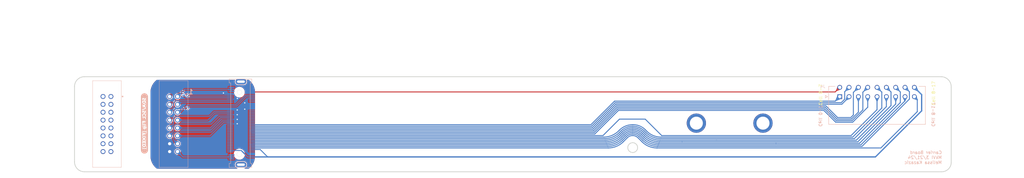
<source format=kicad_pcb>
(kicad_pcb (version 20221018) (generator pcbnew)
  (layers (0 "F.Cu" signal) (31 "B.Cu" signal) (34 "B.Paste" user) (35 "F.Paste" user) (36 "B.SilkS" user "B.Silkscreen") (37 "F.SilkS" user "F.Silkscreen") (38 "B.Mask" user) (39 "F.Mask" user) (44 "Edge.Cuts" user))
  (net 0 "")
  (net 1 "/MUX1_SD")
  (net 2 "/MUX1_SC")
  (net 5 "/MUX2_SD")
  (net 6 "/MUX2_SC")
  (net 7 "/MUX3_SD")
  (net 8 "/MUX3_SC")
  (net 9 "/MUX4_SD")
  (net 10 "/MUX4_SC")
  (net 11 "/CELL1")
  (net 12 "/CELL2")
  (net 13 "/CELL3")
  (net 14 "/CELL4")
  (net 15 "/CELL5")
  (net 16 "/CELL6")
  (net 17 "/CELL7")
  (net 18 "/CELL8")
  (net 19 "/CELL9")
  (net 20 "/CELL10")
  (net 21 "/CELL11")
  (net 22 "/CELL12")
  (net 23 "/CELL13")
  (net 24 "/CELL14")
  (net 25 "/CELL15")
  (net 26 "/CELL16")
  (net 27 "/CELL17")
  (net 28 "/MUX_OUT_4")
  (net 29 "/MUX_OUT_3")
  (net 30 "/MUX_OUT_2")
  (net 31 "/MUX_OUT_1")
  (net 58 "/VREG")
  (net 59 "/VREF2")
  (net 60 "/GND")
  (footprint "" (layer "F.Cu") (at 251.0084 -9.5702)
    (fp_text reference "" (at 21.740648 0) (layer "B.SilkS") (effects (font (size 1.27 1.27)) (justify mirror)))
    (fp_text value "" (at 21.740648 0) (layer "B.SilkS") (effects (font (size 1.27 1.27)) (justify mirror)))
    (pad "1" thru_hole circle (at -0.8984 39.4802 270) (size 6.2 6.2) (drill 4.2) (layers "*.Cu" "B.Paste" "B.Mask"))
  )
  (footprint "kibuzzard-65FD0D90" (layer "B.Cu") (at 72.5 30 -90)
    (fp_text reference "kibuzzard-65FD0D90" hide)
    (fp_text value "G***" hide)
  )
  (footprint "OEM:MKVI_BMS_CSC" (layer "B.Cu") (at 103.05 29.91 -90)
    (fp_text reference "J1" hide)
    (fp_text value "Automotive_M.2")
    (fp_circle (center -10 0) (end -9.25 0) (stroke (width 0.05)) (fill none) (layer "Edge.Cuts"))
    (fp_circle (center 10 0) (end 10.8 0) (stroke (width 0.05)) (fill none) (layer "Edge.Cuts"))
    (pad "1" thru_hole circle (at 0 -168.5 270) (size 6.2 6.2) (drill 4.2) (layers "*.Cu" "B.Paste" "B.Mask"))
    (pad "4" smd rect (at -9.25 3 270) (size 0.3 2) (layers "B.Cu" "B.Paste" "B.Mask") (net 60 "/GND"))
    (pad "5" smd rect (at -8.75 3 270) (size 0.3 2) (layers "B.Cu" "B.Paste" "B.Mask") (net 29 "/MUX_OUT_3"))
    (pad "6" smd rect (at -8.25 3 270) (size 0.3 2) (layers "B.Cu" "B.Paste" "B.Mask") (net 31 "/MUX_OUT_1"))
    (pad "7" smd rect (at -7.75 3 270) (size 0.3 2) (layers "B.Cu" "B.Paste" "B.Mask") (net 60 "/GND"))
    (pad "8" smd rect (at -7.25 3 270) (size 0.3 2) (layers "B.Cu" "B.Paste" "B.Mask") (net 9 "/MUX4_SD"))
    (pad "9" smd rect (at -6.75 3 270) (size 0.3 2) (layers "B.Cu" "B.Paste" "B.Mask") (net 10 "/MUX4_SC"))
    (pad "10" smd rect (at -4.25 3 270) (size 0.3 2) (layers "B.Cu" "B.Paste" "B.Mask") (net 60 "/GND"))
    (pad "11" smd rect (at -3.75 3 270) (size 0.3 2) (layers "B.Cu" "B.Paste" "B.Mask") (net 7 "/MUX3_SD"))
    (pad "12" smd rect (at -3.25 3 270) (size 0.3 2) (layers "B.Cu" "B.Paste" "B.Mask") (net 8 "/MUX3_SC"))
    (pad "13" smd rect (at -2.75 3 270) (size 0.3 2) (layers "B.Cu" "B.Paste" "B.Mask") (net 60 "/GND"))
    (pad "14" smd rect (at -2.25 3 270) (size 0.3 2) (layers "B.Cu" "B.Paste" "B.Mask") (net 5 "/MUX2_SD"))
    (pad "15" smd rect (at -1.75 3 270) (size 0.3 2) (layers "B.Cu" "B.Paste" "B.Mask") (net 6 "/MUX2_SC"))
    (pad "16" smd rect (at -1.25 3 270) (size 0.3 2) (layers "B.Cu" "B.Paste" "B.Mask") (net 60 "/GND"))
    (pad "17" smd rect (at -0.75 3 270) (size 0.3 2) (layers "B.Cu" "B.Paste" "B.Mask") (net 1 "/MUX1_SD"))
    (pad "18" smd rect (at -0.25 3 270) (size 0.3 2) (layers "B.Cu" "B.Paste" "B.Mask") (net 2 "/MUX1_SC"))
    (pad "19" smd rect (at 0.25 3 270) (size 0.3 2) (layers "B.Cu" "B.Paste" "B.Mask") (net 60 "/GND"))
    (pad "20" smd rect (at 0.75 3 270) (size 0.3 2) (layers "B.Cu" "B.Paste" "B.Mask"))
    (pad "21" smd rect (at 1.25 3 270) (size 0.3 2) (layers "B.Cu" "B.Paste" "B.Mask"))
    (pad "22" smd rect (at 1.75 3 270) (size 0.3 2) (layers "B.Cu" "B.Paste" "B.Mask"))
    (pad "23" smd rect (at 2.25 3 270) (size 0.3 2) (layers "B.Cu" "B.Paste" "B.Mask"))
    (pad "24" smd rect (at 2.75 3 270) (size 0.3 2) (layers "B.Cu" "B.Paste" "B.Mask"))
    (pad "25" smd rect (at 3.25 3 270) (size 0.3 2) (layers "B.Cu" "B.Paste" "B.Mask"))
    (pad "26" smd rect (at 3.75 3 270) (size 0.3 2) (layers "B.Cu" "B.Paste" "B.Mask"))
    (pad "27" smd rect (at 4.25 3 270) (size 0.3 2) (layers "B.Cu" "B.Paste" "B.Mask"))
    (pad "28" smd rect (at 4.75 3 270) (size 0.3 2) (layers "B.Cu" "B.Paste" "B.Mask"))
    (pad "29" smd rect (at 5.25 3 270) (size 0.3 2) (layers "B.Cu" "B.Paste" "B.Mask"))
    (pad "30" smd rect (at 5.75 3 270) (size 0.3 2) (layers "B.Cu" "B.Paste" "B.Mask"))
    (pad "31" smd rect (at 6.25 3 270) (size 0.3 2) (layers "B.Cu" "B.Paste" "B.Mask"))
    (pad "32" smd rect (at 6.75 3 270) (size 0.3 2) (layers "B.Cu" "B.Paste" "B.Mask"))
    (pad "33" smd rect (at 7.25 3 270) (size 0.3 2) (layers "B.Cu" "B.Paste" "B.Mask"))
    (pad "34" smd rect (at 7.75 3 270) (size 0.3 2) (layers "B.Cu" "B.Paste" "B.Mask"))
    (pad "35" smd rect (at 8.25 3 270) (size 0.3 2) (layers "B.Cu" "B.Paste" "B.Mask"))
    (pad "36" smd rect (at 8.75 3 270) (size 0.3 2) (layers "B.Cu" "B.Paste" "B.Mask") (net 27 "/CELL17"))
    (pad "37" smd rect (at 9.25 3 270) (size 0.3 2) (layers "B.Cu" "B.Paste" "B.Mask") (net 27 "/CELL17"))
    (pad "41" smd rect (at -9 -4 270) (size 0.3 2) (layers "B.Cu" "B.Paste" "B.Mask") (net 28 "/MUX_OUT_4"))
    (pad "42" smd rect (at -8.5 -4 270) (size 0.3 2) (layers "B.Cu" "B.Paste" "B.Mask") (net 30 "/MUX_OUT_2"))
    (pad "43" smd rect (at -8 -4 270) (size 0.3 2) (layers "B.Cu" "B.Paste" "B.Mask") (net 60 "/GND"))
    (pad "44" smd rect (at -7.5 -4 270) (size 0.3 2) (layers "B.Cu" "B.Paste" "B.Mask"))
    (pad "45" smd rect (at -7 -4 270) (size 0.3 2) (layers "B.Cu" "B.Paste" "B.Mask"))
    (pad "46" smd rect (at -4.5 -4 270) (size 0.3 2) (layers "B.Cu" "B.Paste" "B.Mask") (net 60 "/GND"))
    (pad "47" smd rect (at -4 -4 270) (size 0.3 2) (layers "B.Cu" "B.Paste" "B.Mask"))
    (pad "48" smd rect (at -3.5 -4 270) (size 0.3 2) (layers "B.Cu" "B.Paste" "B.Mask"))
    (pad "49" smd rect (at -3 -4 270) (size 0.3 2) (layers "B.Cu" "B.Paste" "B.Mask"))
    (pad "50" smd rect (at -2.5 -4 270) (size 0.3 2) (layers "B.Cu" "B.Paste" "B.Mask"))
    (pad "51" smd rect (at -2 -4 270) (size 0.3 2) (layers "B.Cu" "B.Paste" "B.Mask"))
    (pad "52" smd rect (at -1.5 -4 270) (size 0.3 2) (layers "B.Cu" "B.Paste" "B.Mask"))
    (pad "53" smd rect (at -1 -4 270) (size 0.3 2) (layers "B.Cu" "B.Paste" "B.Mask"))
    (pad "54" smd rect (at -0.5 -4 270) (size 0.3 2) (layers "B.Cu" "B.Paste" "B.Mask"))
    (pad "55" smd rect (at 0 -4 270) (size 0.3 2) (layers "B.Cu" "B.Paste" "B.Mask"))
    (pad "56" smd rect (at 0.5 -4 270) (size 0.3 2) (layers "B.Cu" "B.Paste" "B.Mask") (net 11 "/CELL1"))
    (pad "57" smd rect (at 1 -4 270) (size 0.3 2) (layers "B.Cu" "B.Paste" "B.Mask") (net 12 "/CELL2"))
    (pad "58" smd rect (at 1.5 -4 270) (size 0.3 2) (layers "B.Cu" "B.Paste" "B.Mask") (net 13 "/CELL3"))
    (pad "59" smd rect (at 2 -4 270) (size 0.3 2) (layers "B.Cu" "B.Paste" "B.Mask") (net 14 "/CELL4"))
    (pad "60" smd rect (at 2.5 -4 270) (size 0.3 2) (layers "B.Cu" "B.Paste" "B.Mask") (net 15 "/CELL5"))
    (pad "61" smd rect (at 3 -4 270) (size 0.3 2) (layers "B.Cu" "B.Paste" "B.Mask") (net 16 "/CELL6"))
    (pad "62" smd rect (at 3.5 -4 270) (size 0.3 2) (layers "B.Cu" "B.Paste" "B.Mask") (net 17 "/CELL7"))
    (pad "63" smd rect (at 4 -4 270) (size 0.3 2) (layers "B.Cu" "B.Paste" "B.Mask") (net 18 "/CELL8"))
    (pad "64" smd rect (at 4.5 -4 270) (size 0.3 2) (layers "B.Cu" "B.Paste" "B.Mask") (net 19 "/CELL9"))
    (pad "65" smd rect (at 5 -4 270) (size 0.3 2) (layers "B.Cu" "B.Paste" "B.Mask") (net 20 "/CELL10"))
    (pad "66" smd rect (at 5.5 -4 270) (size 0.3 2) (layers "B.Cu" "B.Paste" "B.Mask") (net 21 "/CELL11"))
    (pad "67" smd rect (at 6 -4 270) (size 0.3 2) (layers "B.Cu" "B.Paste" "B.Mask") (net 22 "/CELL12"))
    (pad "68" smd rect (at 6.5 -4 270) (size 0.3 2) (layers "B.Cu" "B.Paste" "B.Mask") (net 23 "/CELL13"))
    (pad "69" smd rect (at 7 -4 270) (size 0.3 2) (layers "B.Cu" "B.Paste" "B.Mask") (net 24 "/CELL14"))
    (pad "70" smd rect (at 7.5 -4 270) (size 0.3 2) (layers "B.Cu" "B.Paste" "B.Mask") (net 25 "/CELL15"))
    (pad "71" smd rect (at 8 -4 270) (size 0.3 2) (layers "B.Cu" "B.Paste" "B.Mask") (net 26 "/CELL16"))
    (pad "72" smd rect (at 8.5 -4 270) (size 0.3 2) (layers "B.Cu" "B.Paste" "B.Mask") (net 27 "/CELL17"))
    (pad "73" smd rect (at 9 -4 270) (size 0.3 2) (layers "B.Cu" "B.Paste" "B.Mask"))
    (pad "75" thru_hole roundrect (at -13.4 -0.5 270) (size 1.8 3.5) (drill oval 0.8 2.5) (layers "*.Cu" "*.Mask") (roundrect_rratio 0.5))
    (pad "76" thru_hole roundrect (at 13.4 -0.5 270) (size 1.8 3.5) (drill oval 0.8 2.5) (layers "*.Cu" "*.Mask") (roundrect_rratio 0.5))
    (pad "P1" smd rect (at -11.55 2.55 270) (size 0.45 1.9) (layers "B.Cu" "B.Paste" "B.Mask") (net 58 "/VREG"))
    (pad "P2" smd rect (at -10.9 2.55 270) (size 0.45 1.9) (layers "B.Cu" "B.Paste" "B.Mask") (net 58 "/VREG"))
    (pad "P3" smd rect (at -10.25 2.55 270) (size 0.45 1.9) (layers "B.Cu" "B.Paste" "B.Mask") (net 58 "/VREG"))
    (pad "P38" smd rect (at 10.25 2.55 270) (size 0.45 1.9) (layers "B.Cu" "B.Paste" "B.Mask") (net 59 "/VREF2"))
    (pad "P39" smd rect (at 10.9 2.55 270) (size 0.45 1.9) (layers "B.Cu" "B.Paste" "B.Mask") (net 59 "/VREF2"))
    (pad "P40" smd rect (at 11.55 2.55 270) (size 0.45 1.9) (layers "B.Cu" "B.Paste" "B.Mask") (net 59 "/VREF2"))
  )
  (footprint "OEM:TST-108-XX-T-D" (layer "B.Cu") (at 83.15 21.31 -90)
    (fp_text reference "J2" hide)
    (fp_text value "TST-108-01-T-D" hide)
    (pad "1" thru_hole circle (at 0 0 270) (size 1.55 1.55) (drill 1.02) (layers "*.Cu" "*.Mask") (net 58 "/VREG"))
    (pad "2" thru_hole circle (at 0 2.54 270) (size 1.55 1.55) (drill 1.02) (layers "*.Cu" "*.Mask") (net 29 "/MUX_OUT_3"))
    (pad "3" thru_hole circle (at 2.54 0 270) (size 1.55 1.55) (drill 1.02) (layers "*.Cu" "*.Mask") (net 10 "/MUX4_SC"))
    (pad "4" thru_hole circle (at 2.54 2.54 270) (size 1.55 1.55) (drill 1.02) (layers "*.Cu" "*.Mask") (net 31 "/MUX_OUT_1"))
    (pad "5" thru_hole circle (at 5.08 0 270) (size 1.55 1.55) (drill 1.02) (layers "*.Cu" "*.Mask") (net 28 "/MUX_OUT_4"))
    (pad "6" thru_hole circle (at 5.08 2.54 270) (size 1.55 1.55) (drill 1.02) (layers "*.Cu" "*.Mask") (net 9 "/MUX4_SD"))
    (pad "7" thru_hole circle (at 7.62 0 270) (size 1.55 1.55) (drill 1.02) (layers "*.Cu" "*.Mask") (net 8 "/MUX3_SC"))
    (pad "8" thru_hole circle (at 7.62 2.54 270) (size 1.55 1.55) (drill 1.02) (layers "*.Cu" "*.Mask") (net 30 "/MUX_OUT_2"))
    (pad "9" thru_hole circle (at 10.16 0 270) (size 1.55 1.55) (drill 1.02) (layers "*.Cu" "*.Mask") (net 6 "/MUX2_SC"))
    (pad "10" thru_hole circle (at 10.16 2.54 270) (size 1.55 1.55) (drill 1.02) (layers "*.Cu" "*.Mask") (net 7 "/MUX3_SD"))
    (pad "11" thru_hole circle (at 12.7 0 270) (size 1.55 1.55) (drill 1.02) (layers "*.Cu" "*.Mask") (net 2 "/MUX1_SC"))
    (pad "12" thru_hole circle (at 12.7 2.54 270) (size 1.55 1.55) (drill 1.02) (layers "*.Cu" "*.Mask") (net 5 "/MUX2_SD"))
    (pad "13" thru_hole circle (at 15.24 0 270) (size 1.55 1.55) (drill 1.02) (layers "*.Cu" "*.Mask") (net 1 "/MUX1_SD"))
    (pad "14" thru_hole circle (at 15.24 2.54 270) (size 1.55 1.55) (drill 1.02) (layers "*.Cu" "*.Mask") (net 60 "/GND"))
    (pad "15" thru_hole circle (at 17.78 0 270) (size 1.55 1.55) (drill 1.02) (layers "*.Cu" "*.Mask") (net 59 "/VREF2"))
    (pad "16" thru_hole circle (at 17.78 2.54 270) (size 1.55 1.55) (drill 1.02) (layers "*.Cu" "*.Mask") (net 60 "/GND"))
  )
  (footprint "OEM:MicroFit_RA_9x2" (layer "B.Cu") (at 296.26 21.35575 180)
    (fp_text reference "J4" (at 5.47 3.3) (layer "B.SilkS") (effects (font (thickness 0.098425)) (justify mirror)))
    (fp_text value "MicroFit_RA_9x2" hide)
    (pad "" np_thru_hole circle (at -21.85 -4.32 180) (size 3 3) (drill 3) (layers "*.Cu" "*.Mask"))
    (pad "" np_thru_hole circle (at -2.15 -4.32 180) (size 3 3) (drill 3) (layers "*.Cu" "*.Mask"))
    (pad "1" thru_hole rect (at 0 0 180) (size 1.52 1.52) (drill 1.02) (layers "*.Cu") (net 11 "/CELL1"))
    (pad "2" thru_hole circle (at -3 0 180) (size 1.52 1.52) (drill 1.02) (layers "*.Cu") (net 13 "/CELL3"))
    (pad "3" thru_hole circle (at -6 0 180) (size 1.52 1.52) (drill 1.02) (layers "*.Cu") (net 15 "/CELL5"))
    (pad "4" thru_hole circle (at -9 0 180) (size 1.52 1.52) (drill 1.02) (layers "*.Cu") (net 17 "/CELL7"))
    (pad "5" thru_hole circle (at -12 0 180) (size 1.52 1.52) (drill 1.02) (layers "*.Cu") (net 18 "/CELL8"))
    (pad "6" thru_hole circle (at -15 0 180) (size 1.52 1.52) (drill 1.02) (layers "*.Cu") (net 20 "/CELL10"))
    (pad "7" thru_hole circle (at -18 0 180) (size 1.52 1.52) (drill 1.02) (layers "*.Cu") (net 22 "/CELL12"))
    (pad "8" thru_hole circle (at -21 0 180) (size 1.52 1.52) (drill 1.02) (layers "*.Cu") (net 24 "/CELL14"))
    (pad "9" thru_hole circle (at -24 0 180) (size 1.52 1.52) (drill 1.02) (layers "*.Cu") (net 26 "/CELL16"))
    (pad "10" thru_hole circle (at 0 3 180) (size 1.52 1.52) (drill 1.02) (layers "*.Cu") (net 60 "/GND"))
    (pad "11" thru_hole circle (at -3 3 180) (size 1.52 1.52) (drill 1.02) (layers "*.Cu") (net 12 "/CELL2"))
    (pad "12" thru_hole circle (at -6 3 180) (size 1.52 1.52) (drill 1.02) (layers "*.Cu") (net 14 "/CELL4"))
    (pad "13" thru_hole circle (at -9 3 180) (size 1.52 1.52) (drill 1.02) (layers "*.Cu") (net 16 "/CELL6"))
    (pad "14" thru_hole circle (at -12 3 180) (size 1.52 1.52) (drill 1.02) (layers "*.Cu") (net 19 "/CELL9"))
    (pad "15" thru_hole circle (at -15 3 180) (size 1.52 1.52) (drill 1.02) (layers "*.Cu") (net 21 "/CELL11"))
    (pad "16" thru_hole circle (at -18 3 180) (size 1.52 1.52) (drill 1.02) (layers "*.Cu") (net 23 "/CELL13"))
    (pad "17" thru_hole circle (at -21 3 180) (size 1.52 1.52) (drill 1.02) (layers "*.Cu") (net 25 "/CELL15"))
    (pad "18" thru_hole circle (at -24 3 180) (size 1.52 1.52) (drill 1.02) (layers "*.Cu") (net 27 "/CELL17"))
  )
  (footprint "OEM:TST-108-XX-T-D" (layer "B.Cu") (at 61.71 21.31 -90)
    (fp_text reference "J3" hide)
    (fp_text value "TST-108-01-T-D" hide)
    (pad "1" thru_hole circle (at 0 0 270) (size 1.55 1.55) (drill 1.02) (layers "*.Cu" "*.Mask"))
    (pad "2" thru_hole circle (at 0 2.54 270) (size 1.55 1.55) (drill 1.02) (layers "*.Cu" "*.Mask"))
    (pad "3" thru_hole circle (at 2.54 0 270) (size 1.55 1.55) (drill 1.02) (layers "*.Cu" "*.Mask"))
    (pad "4" thru_hole circle (at 2.54 2.54 270) (size 1.55 1.55) (drill 1.02) (layers "*.Cu" "*.Mask"))
    (pad "5" thru_hole circle (at 5.08 0 270) (size 1.55 1.55) (drill 1.02) (layers "*.Cu" "*.Mask"))
    (pad "6" thru_hole circle (at 5.08 2.54 270) (size 1.55 1.55) (drill 1.02) (layers "*.Cu" "*.Mask"))
    (pad "7" thru_hole circle (at 7.62 0 270) (size 1.55 1.55) (drill 1.02) (layers "*.Cu" "*.Mask"))
    (pad "8" thru_hole circle (at 7.62 2.54 270) (size 1.55 1.55) (drill 1.02) (layers "*.Cu" "*.Mask"))
    (pad "9" thru_hole circle (at 10.16 0 270) (size 1.55 1.55) (drill 1.02) (layers "*.Cu" "*.Mask"))
    (pad "10" thru_hole circle (at 10.16 2.54 270) (size 1.55 1.55) (drill 1.02) (layers "*.Cu" "*.Mask"))
    (pad "11" thru_hole circle (at 12.7 0 270) (size 1.55 1.55) (drill 1.02) (layers "*.Cu" "*.Mask"))
    (pad "12" thru_hole circle (at 12.7 2.54 270) (size 1.55 1.55) (drill 1.02) (layers "*.Cu" "*.Mask"))
    (pad "13" thru_hole circle (at 15.24 0 270) (size 1.55 1.55) (drill 1.02) (layers "*.Cu" "*.Mask"))
    (pad "14" thru_hole circle (at 15.24 2.54 270) (size 1.55 1.55) (drill 1.02) (layers "*.Cu" "*.Mask"))
    (pad "15" thru_hole circle (at 17.78 0 270) (size 1.55 1.55) (drill 1.02) (layers "*.Cu" "*.Mask"))
    (pad "16" thru_hole circle (at 17.78 2.54 270) (size 1.55 1.55) (drill 1.02) (layers "*.Cu" "*.Mask"))
  )
  (gr_arc (start 50 18.095) (mid 50.929936 15.849936) (end 53.175 14.92) (stroke (width 0.25)) (layer "Edge.Cuts"))
  (gr_arc (start 53.175 45.5986) (mid 50.929936 44.668664) (end 50 42.4236) (stroke (width 0.25)) (layer "Edge.Cuts"))
  (gr_line (start 50 18.095) (end 50 42.4236) (stroke (width 0.25)) (layer "Edge.Cuts"))
  (gr_line (start 328.9682 45.5986) (end 53.175 45.5986) (stroke (width 0.25)) (layer "Edge.Cuts"))
  (gr_arc (start 328.961 14.92) (mid 331.252434 15.961956) (end 332.136 18.319) (stroke (width 0.25)) (layer "Edge.Cuts"))
  (gr_line (start 332.136 18.319) (end 332.136 42.6476) (stroke (width 0.25)) (layer "Edge.Cuts"))
  (gr_circle (center 229.623518 37.8025) (end 231.211018 37.8025) (stroke (width 0.25)) (fill none) (layer "Edge.Cuts"))
  (gr_arc (start 332.136 42.6476) (mid 331.163267 44.779167) (end 328.9682 45.5986) (stroke (width 0.25)) (layer "Edge.Cuts"))
  (gr_line (start 328.961 14.92) (end 53.175 14.92) (stroke (width 0.25)) (layer "Edge.Cuts"))
  (gr_text "Cell 0-7" (at 289.433 31.115 -90) (layer "B.SilkS") (effects (font (size 1 1)) (justify left bottom mirror)))
  (gr_text "Carrier Board\nMkVI 3/21/24\nMelissa Kazazic" (at 329.184 43.18) (layer "B.SilkS") (effects (font (size 1 1)) (justify left bottom mirror)))
  (gr_text "Cell 8-17" (at 325.755 31.115 -90) (layer "B.SilkS") (effects (font (size 1 1)) (justify left bottom mirror)))
  (gr_text "1" (at 87.45 19.81) (layer "B.SilkS") (effects (font (size 1.5 1.5) (thickness 0.3)) (justify mirror)))
  (gr_text "Cell 8-17" (at 327.025 24.257 90) (layer "F.SilkS") (effects (font (size 1 1)) (justify left bottom)))
  (gr_text "Cell 0-7" (at 290.703 24.257 90) (layer "F.SilkS") (effects (font (size 1 1)) (justify left bottom)))
  (segment (start 93.988 32.797) (end 82.3802 32.797) (width 0.3) (layer "B.Cu") (net 1))
  (segment (start 100.05 29.16) (end 97.625 29.16) (width 0.3) (layer "B.Cu") (net 1))
  (segment (start 81.8722 35.2722) (end 83.15 36.55) (width 0.3) (layer "B.Cu") (net 1))
  (segment (start 81.8722 33.305) (end 81.8722 35.2722) (width 0.3) (layer "B.Cu") (net 1))
  (segment (start 82.3802 32.797) (end 81.8722 33.305) (width 0.3) (layer "B.Cu") (net 1))
  (segment (start 97.625 29.16) (end 93.988 32.797) (width 0.3) (layer "B.Cu") (net 1))
  (segment (start 97.9378 29.66) (end 93.5878 34.01) (width 0.3) (layer "B.Cu") (net 2))
  (segment (start 93.5878 34.01) (end 83.15 34.01) (width 0.3) (layer "B.Cu") (net 2))
  (segment (start 100.05 29.66) (end 97.9378 29.66) (width 0.3) (layer "B.Cu") (net 2))
  (segment (start 81.8722 32.543) (end 80.61 33.8052) (width 0.3) (layer "B.Cu") (net 5))
  (segment (start 81.8722 30.9658) (end 81.8722 32.543) (width 0.3) (layer "B.Cu") (net 5))
  (segment (start 94.0388 30.2062) (end 82.6318 30.2062) (width 0.3) (layer "B.Cu") (net 5))
  (segment (start 80.61 33.8052) (end 80.61 34.01) (width 0.3) (layer "B.Cu") (net 5))
  (segment (start 100.05 27.66) (end 96.585 27.66) (width 0.3) (layer "B.Cu") (net 5))
  (segment (start 82.6318 30.2062) (end 81.8722 30.9658) (width 0.3) (layer "B.Cu") (net 5))
  (segment (start 96.585 27.66) (end 94.0388 30.2062) (width 0.3) (layer "B.Cu") (net 5))
  (segment (start 100.05 28.16) (end 96.9994 28.16) (width 0.3) (layer "B.Cu") (net 6))
  (segment (start 93.6894 31.47) (end 83.15 31.47) (width 0.3) (layer "B.Cu") (net 6))
  (segment (start 96.9994 28.16) (end 93.6894 31.47) (width 0.3) (layer "B.Cu") (net 6))
  (segment (start 94.9354 26.16) (end 93.4038 27.6916) (width 0.3) (layer "B.Cu") (net 7))
  (segment (start 81.8722 30.2078) (end 80.61 31.47) (width 0.3) (layer "B.Cu") (net 7))
  (segment (start 93.4038 27.6916) (end 82.4818 27.6916) (width 0.3) (layer "B.Cu") (net 7))
  (segment (start 82.4818 27.6916) (end 81.8722 28.3012) (width 0.3) (layer "B.Cu") (net 7))
  (segment (start 81.8722 28.3012) (end 81.8722 30.2078) (width 0.3) (layer "B.Cu") (net 7))
  (segment (start 100.05 26.16) (end 94.9354 26.16) (width 0.3) (layer "B.Cu") (net 7))
  (segment (start 95.172 26.66) (end 92.902 28.93) (width 0.3) (layer "B.Cu") (net 8))
  (segment (start 92.902 28.93) (end 83.15 28.93) (width 0.3) (layer "B.Cu") (net 8))
  (segment (start 100.05 26.66) (end 95.172 26.66) (width 0.3) (layer "B.Cu") (net 8))
  (segment (start 81.819 25.181) (end 80.61 26.39) (width 0.3) (layer "B.Cu") (net 9))
  (segment (start 81.819 23.399) (end 81.819 25.181) (width 0.3) (layer "B.Cu") (net 9))
  (segment (start 82.5556 22.6624) (end 81.819 23.399) (width 0.3) (layer "B.Cu") (net 9))
  (segment (start 85.9217 22.6624) (end 82.5556 22.6624) (width 0.3) (layer "B.Cu") (net 9))
  (segment (start 100.05 22.66) (end 85.9241 22.66) (width 0.3) (layer "B.Cu") (net 9))
  (segment (start 85.9241 22.66) (end 85.9217 22.6624) (width 0.3) (layer "B.Cu") (net 9))
  (segment (start 83.8296 23.1704) (end 83.15 23.85) (width 0.3) (layer "B.Cu") (net 10))
  (segment (start 87.9428 23.1704) (end 83.8296 23.1704) (width 0.3) (layer "B.Cu") (net 10))
  (segment (start 100.05 23.16) (end 87.9532 23.16) (width 0.3) (layer "B.Cu") (net 10))
  (segment (start 87.9532 23.16) (end 87.9428 23.1704) (width 0.3) (layer "B.Cu") (net 10))
  (segment (start 107.05 30.41) (end 216.17947 30.41) (width 0.3) (layer "B.Cu") (net 11))
  (segment (start 216.17947 30.41) (end 223.793469 22.796) (width 0.3) (layer "B.Cu") (net 11))
  (segment (start 223.793469 22.796) (end 294.81975 22.796) (width 0.3) (layer "B.Cu") (net 11))
  (segment (start 294.81975 22.796) (end 296.26 21.35575) (width 0.3) (layer "B.Cu") (net 11))
  (segment (start 216.386576 30.91) (end 107.05 30.91) (width 0.3) (layer "B.Cu") (net 12))
  (segment (start 224.000575 23.296) (end 216.386576 30.91) (width 0.3) (layer "B.Cu") (net 12))
  (segment (start 299.26 18.35575) (end 297.846 19.76975) (width 0.3) (layer "B.Cu") (net 12))
  (segment (start 297.846 22.183894) (end 296.733894 23.296) (width 0.3) (layer "B.Cu") (net 12))
  (segment (start 296.733894 23.296) (end 224.000575 23.296) (width 0.3) (layer "B.Cu") (net 12))
  (segment (start 297.846 19.76975) (end 297.846 22.183894) (width 0.3) (layer "B.Cu") (net 12))
  (segment (start 299.26 21.477) (end 296.941 23.796) (width 0.3) (layer "B.Cu") (net 13))
  (segment (start 296.941 23.796) (end 224.207681 23.796) (width 0.3) (layer "B.Cu") (net 13))
  (segment (start 216.593682 31.41) (end 107.05 31.41) (width 0.3) (layer "B.Cu") (net 13))
  (segment (start 299.26 21.35575) (end 299.26 21.477) (width 0.3) (layer "B.Cu") (net 13))
  (segment (start 224.207681 23.796) (end 216.593682 31.41) (width 0.3) (layer "B.Cu") (net 13))
  (segment (start 299.805894 28.098) (end 300.64 27.263894) (width 0.3) (layer "B.Cu") (net 14))
  (segment (start 216.800788 31.91) (end 224.414788 24.296) (width 0.3) (layer "B.Cu") (net 14))
  (segment (start 295.56 28.098) (end 299.805894 28.098) (width 0.3) (layer "B.Cu") (net 14))
  (segment (start 107.05 31.91) (end 216.800788 31.91) (width 0.3) (layer "B.Cu") (net 14))
  (segment (start 300.64 19.97575) (end 302.26 18.35575) (width 0.3) (layer "B.Cu") (net 14))
  (segment (start 224.414788 24.296) (end 291.758 24.296) (width 0.3) (layer "B.Cu") (net 14))
  (segment (start 300.64 27.263894) (end 300.64 19.97575) (width 0.3) (layer "B.Cu") (net 14))
  (segment (start 291.758 24.296) (end 295.56 28.098) (width 0.3) (layer "B.Cu") (net 14))
  (segment (start 224.621894 24.796) (end 291.550894 24.796) (width 0.3) (layer "B.Cu") (net 15))
  (segment (start 217.007894 32.41) (end 224.621894 24.796) (width 0.3) (layer "B.Cu") (net 15))
  (segment (start 106.35 32.41) (end 217.007894 32.41) (width 0.3) (layer "B.Cu") (net 15))
  (segment (start 295.352894 28.598) (end 300.013 28.598) (width 0.3) (layer "B.Cu") (net 15))
  (segment (start 300.013 28.598) (end 302.26 26.351) (width 0.3) (layer "B.Cu") (net 15))
  (segment (start 302.26 26.351) (end 302.26 21.35575) (width 0.3) (layer "B.Cu") (net 15))
  (segment (start 291.550894 24.796) (end 295.352894 28.598) (width 0.3) (layer "B.Cu") (net 15))
  (segment (start 217.215 32.91) (end 107.05 32.91) (width 0.3) (layer "B.Cu") (net 16))
  (segment (start 295.145787 29.098) (end 291.343788 25.296) (width 0.3) (layer "B.Cu") (net 16))
  (segment (start 303.688 19.92775) (end 303.688 25.630106) (width 0.3) (layer "B.Cu") (net 16))
  (segment (start 305.26 18.35575) (end 303.688 19.92775) (width 0.3) (layer "B.Cu") (net 16))
  (segment (start 224.829 25.296) (end 217.215 32.91) (width 0.3) (layer "B.Cu") (net 16))
  (segment (start 303.688 25.630106) (end 300.220106 29.098) (width 0.3) (layer "B.Cu") (net 16))
  (segment (start 291.343788 25.296) (end 224.829 25.296) (width 0.3) (layer "B.Cu") (net 16))
  (segment (start 300.220106 29.098) (end 295.145787 29.098) (width 0.3) (layer "B.Cu") (net 16))
  (segment (start 217.422107 33.41) (end 225.036107 25.796) (width 0.3) (layer "B.Cu") (net 17))
  (segment (start 107.05 33.41) (end 217.422107 33.41) (width 0.3) (layer "B.Cu") (net 17))
  (segment (start 300.427213 29.598) (end 305.26 24.765213) (width 0.3) (layer "B.Cu") (net 17))
  (segment (start 305.26 24.765213) (end 305.26 21.35575) (width 0.3) (layer "B.Cu") (net 17))
  (segment (start 291.136682 25.796) (end 294.938682 29.598) (width 0.3) (layer "B.Cu") (net 17))
  (segment (start 225.036107 25.796) (end 291.136682 25.796) (width 0.3) (layer "B.Cu") (net 17))
  (segment (start 294.938682 29.598) (end 300.427213 29.598) (width 0.3) (layer "B.Cu") (net 17))
  (segment (start 308.26 21.35575) (end 308.26 25.558) (width 0.3) (layer "B.Cu") (net 18))
  (segment (start 220.064719 33.91) (end 107.05 33.91) (width 0.3) (layer "B.Cu") (net 18))
  (segment (start 299.908 33.91) (end 238.94787 33.91) (width 0.3) (layer "B.Cu") (net 18))
  (segment (start 225.368719 28.606) (end 220.064719 33.91) (width 0.3) (layer "B.Cu") (net 18))
  (segment (start 238.94787 33.91) (end 233.64387 28.606) (width 0.3) (layer "B.Cu") (net 18))
  (segment (start 233.64387 28.606) (end 225.368719 28.606) (width 0.3) (layer "B.Cu") (net 18))
  (segment (start 308.26 25.558) (end 299.908 33.91) (width 0.3) (layer "B.Cu") (net 18))
  (segment (start 229.584871 30.41) (end 229.75939 30.409999) (width 0.3) (layer "B.Cu") (net 19))
  (segment (start 309.784 25.05) (end 309.784 19.87975) (width 0.3) (layer "B.Cu") (net 19))
  (segment (start 309.784 19.87975) (end 308.26 18.35575) (width 0.3) (layer "B.Cu") (net 19))
  (segment (start 300.424 34.41) (end 309.784 25.05) (width 0.3) (layer "B.Cu") (net 19))
  (segment (start 225.109999 32.409999) (end 225.360001 32.159998) (width 0.3) (layer "B.Cu") (net 19))
  (segment (start 238.73106 34.41) (end 300.424 34.41) (width 0.3) (layer "B.Cu") (net 19))
  (segment (start 233.686316 32.036574) (end 234.170835 32.521093) (width 0.3) (layer "B.Cu") (net 19))
  (segment (start 107.05 34.41) (end 220.281572 34.41) (width 0.3) (layer "B.Cu") (net 19))
  (arc (start 229.75939 30.409999) (mid 231.884627 30.832727) (end 233.686316 32.036574) (width 0.3) (layer "B.Cu") (net 19))
  (arc (start 220.281572 34.41) (mid 222.894698 33.890216) (end 225.109999 32.409999) (width 0.3) (layer "B.Cu") (net 19))
  (arc (start 234.170835 32.521093) (mid 236.263084 33.919089) (end 238.73106 34.41) (width 0.3) (layer "B.Cu") (net 19))
  (arc (start 225.360001 32.159998) (mid 227.298388 30.864809) (end 229.584871 30.41) (width 0.3) (layer "B.Cu") (net 19))
  (segment (start 107.05 34.91) (end 220.538936 34.91) (width 0.3) (layer "B.Cu") (net 20))
  (segment (start 300.94 34.91) (end 311.26 24.59) (width 0.3) (layer "B.Cu") (net 20))
  (segment (start 238.681063 34.91) (end 300.94 34.91) (width 0.3) (layer "B.Cu") (net 20))
  (segment (start 225.367364 32.91) (end 225.78158 32.495783) (width 0.3) (layer "B.Cu") (net 20))
  (segment (start 233.438419 32.495783) (end 233.852636 32.91) (width 0.3) (layer "B.Cu") (net 20))
  (segment (start 311.26 24.59) (end 311.26 21.35575) (width 0.3) (layer "B.Cu") (net 20))
  (arc (start 220.538936 34.91) (mid 223.152062 34.390216) (end 225.367364 32.91) (width 0.3) (layer "B.Cu") (net 20))
  (arc (start 233.852636 32.91) (mid 236.067937 34.390216) (end 238.681063 34.91) (width 0.3) (layer "B.Cu") (net 20))
  (arc (start 225.78158 32.495783) (mid 227.538074 31.322131) (end 229.61 30.91) (width 0.3) (layer "B.Cu") (net 20))
  (arc (start 229.61 30.91) (mid 231.681925 31.322131) (end 233.438419 32.495783) (width 0.3) (layer "B.Cu") (net 20))
  (segment (start 301.583 35.41) (end 312.759894 24.233106) (width 0.3) (layer "B.Cu") (net 21))
  (segment (start 256.571 35.41) (end 301.583 35.41) (width 0.3) (layer "B.Cu") (net 21))
  (segment (start 238.473957 35.41) (end 256.571 35.41) (width 0.3) (layer "B.Cu") (net 21))
  (segment (start 107.05 35.41) (end 220.746042 35.41) (width 0.3) (layer "B.Cu") (net 21))
  (segment (start 233.084867 32.849337) (end 233.64553 33.41) (width 0.3) (layer "B.Cu") (net 21))
  (segment (start 312.759894 24.233106) (end 312.759894 19.855644) (width 0.3) (layer "B.Cu") (net 21))
  (segment (start 225.574469 33.409999) (end 226.135132 32.849337) (width 0.3) (layer "B.Cu") (net 21))
  (segment (start 312.759894 19.855644) (end 311.26 18.35575) (width 0.3) (layer "B.Cu") (net 21))
  (arc (start 220.746042 35.41) (mid 223.359168 34.890216) (end 225.574469 33.409999) (width 0.3) (layer "B.Cu") (net 21))
  (arc (start 229.61 31.41) (mid 231.490584 31.784071) (end 233.084867 32.849337) (width 0.3) (layer "B.Cu") (net 21))
  (arc (start 226.135132 32.849337) (mid 227.729415 31.784071) (end 229.61 31.41) (width 0.3) (layer "B.Cu") (net 21))
  (arc (start 233.64553 33.41) (mid 235.860831 34.890216) (end 238.473957 35.41) (width 0.3) (layer "B.Cu") (net 21))
  (segment (start 314.26 21.35575) (end 314.26 23.749) (width 0.3) (layer "B.Cu") (net 22))
  (segment (start 233.438424 33.91) (end 232.731315 33.202891) (width 0.3) (layer "B.Cu") (net 22))
  (segment (start 245.519651 35.912349) (end 238.2692 35.912349) (width 0.3) (layer "B.Cu") (net 22))
  (segment (start 302.099 35.91) (end 245.522 35.91) (width 0.3) (layer "B.Cu") (net 22))
  (segment (start 245.522 35.91) (end 245.519651 35.912349) (width 0.3) (layer "B.Cu") (net 22))
  (segment (start 314.26 23.749) (end 302.099 35.91) (width 0.3) (layer "B.Cu") (net 22))
  (segment (start 226.488684 33.202891) (end 225.781576 33.91) (width 0.3) (layer "B.Cu") (net 22))
  (segment (start 238.2692 35.912349) (end 238.266851 35.91) (width 0.3) (layer "B.Cu") (net 22))
  (segment (start 220.953148 35.91) (end 107.05 35.91) (width 0.3) (layer "B.Cu") (net 22))
  (arc (start 225.781576 33.91) (mid 223.566274 35.390216) (end 220.953148 35.91) (width 0.3) (layer "B.Cu") (net 22))
  (arc (start 232.731315 33.202891) (mid 231.299243 32.246011) (end 229.61 31.91) (width 0.3) (layer "B.Cu") (net 22))
  (arc (start 229.61 31.91) (mid 227.920756 32.246011) (end 226.488684 33.202891) (width 0.3) (layer "B.Cu") (net 22))
  (arc (start 238.266851 35.91) (mid 235.653725 35.390216) (end 233.438424 33.91) (width 0.3) (layer "B.Cu") (net 22))
  (segment (start 302.615 36.41) (end 302.799 36.226) (width 0.3) (layer "B.Cu") (net 23))
  (segment (start 275.745651 36.412349) (end 275.748 36.41) (width 0.3) (layer "B.Cu") (net 23))
  (segment (start 238.062094 36.412349) (end 275.745651 36.412349) (width 0.3) (layer "B.Cu") (net 23))
  (segment (start 226.842237 33.556444) (end 225.988682 34.41) (width 0.3) (layer "B.Cu") (net 23))
  (segment (start 233.231318 34.41) (end 232.377762 33.556444) (width 0.3) (layer "B.Cu") (net 23))
  (segment (start 238.059745 36.41) (end 238.062094 36.412349) (width 0.3) (layer "B.Cu") (net 23))
  (segment (start 275.748 36.41) (end 302.615 36.41) (width 0.3) (layer "B.Cu") (net 23))
  (segment (start 314.26 18.35575) (end 315.753 19.84875) (width 0.3) (layer "B.Cu") (net 23))
  (segment (start 315.753 19.84875) (end 315.753 23.272) (width 0.3) (layer "B.Cu") (net 23))
  (segment (start 315.753 23.272) (end 302.799 36.226) (width 0.3) (layer "B.Cu") (net 23))
  (segment (start 221.160254 36.41) (end 107.35 36.41) (width 0.3) (layer "B.Cu") (net 23))
  (arc (start 238.059745 36.41) (mid 235.446619 35.890216) (end 233.231318 34.41) (width 0.3) (layer "B.Cu") (net 23))
  (arc (start 225.988682 34.41) (mid 223.77338 35.890216) (end 221.160254 36.41) (width 0.3) (layer "B.Cu") (net 23))
  (arc (start 229.61 32.41) (mid 228.112097 32.707951) (end 226.842237 33.556444) (width 0.3) (layer "B.Cu") (net 23))
  (arc (start 232.377762 33.556444) (mid 231.107902 32.707951) (end 229.61 32.41) (width 0.3) (layer "B.Cu") (net 23))
  (segment (start 303.066651 36.912349) (end 317.26 22.719) (width 0.3) (layer "B.Cu") (net 24))
  (segment (start 106.55 36.91) (end 221.36736 36.91) (width 0.3) (layer "B.Cu") (net 24))
  (segment (start 237.854988 36.912349) (end 303.066651 36.912349) (width 0.3) (layer "B.Cu") (net 24))
  (segment (start 237.852639 36.91) (end 237.854988 36.912349) (width 0.3) (layer "B.Cu") (net 24))
  (segment (start 232.02421 33.909998) (end 233.024212 34.91) (width 0.3) (layer "B.Cu") (net 24))
  (segment (start 317.26 22.719) (end 317.26 21.35575) (width 0.3) (layer "B.Cu") (net 24))
  (segment (start 226.195787 34.909999) (end 227.195789 33.909998) (width 0.3) (layer "B.Cu") (net 24))
  (arc (start 233.024212 34.91) (mid 235.239513 36.390216) (end 237.852639 36.91) (width 0.3) (layer "B.Cu") (net 24))
  (arc (start 227.195789 33.909998) (mid 228.303438 33.169891) (end 229.61 32.91) (width 0.3) (layer "B.Cu") (net 24))
  (arc (start 229.61 32.91) (mid 230.916561 33.169891) (end 232.02421 33.909998) (width 0.3) (layer "B.Cu") (net 24))
  (arc (start 221.36736 36.91) (mid 223.980486 36.390216) (end 226.195787 34.909999) (width 0.3) (layer "B.Cu") (net 24))
  (segment (start 318.674 22.141349) (end 303.403 37.412349) (width 0.3) (layer "B.Cu") (net 25))
  (segment (start 237.647882 37.412349) (end 237.645533 37.41) (width 0.3) (layer "B.Cu") (net 25))
  (segment (start 303.403 37.412349) (end 237.647882 37.412349) (width 0.3) (layer "B.Cu") (net 25))
  (segment (start 317.26 18.35575) (end 318.674 19.76975) (width 0.3) (layer "B.Cu") (net 25))
  (segment (start 232.817106 35.41) (end 231.670658 34.263552) (width 0.3) (layer "B.Cu") (net 25))
  (segment (start 318.674 19.76975) (end 318.674 22.141349) (width 0.3) (layer "B.Cu") (net 25))
  (segment (start 221.574466 37.41) (end 107.05 37.41) (width 0.3) (layer "B.Cu") (net 25))
  (segment (start 227.549341 34.263552) (end 226.402893 35.409999) (width 0.3) (layer "B.Cu") (net 25))
  (arc (start 231.670658 34.263552) (mid 230.72522 33.63183) (end 229.61 33.41) (width 0.3) (layer "B.Cu") (net 25))
  (arc (start 237.645533 37.41) (mid 235.032407 36.890216) (end 232.817106 35.41) (width 0.3) (layer "B.Cu") (net 25))
  (arc (start 229.61 33.41) (mid 228.494779 33.63183) (end 227.549341 34.263552) (width 0.3) (layer "B.Cu") (net 25))
  (arc (start 226.402893 35.409999) (mid 224.187592 36.890216) (end 221.574466 37.41) (width 0.3) (layer "B.Cu") (net 25))
  (segment (start 321.214 22.30975) (end 321.214 26.193) (width 0.3) (layer "B.Cu") (net 26))
  (segment (start 221.781572 37.91) (end 107.05 37.91) (width 0.3) (layer "B.Cu") (net 26))
  (segment (start 227.902893 34.617106) (end 226.609999 35.909999) (width 0.3) (layer "B.Cu") (net 26))
  (segment (start 309.494651 37.912349) (end 237.440776 37.912349) (width 0.3) (layer "B.Cu") (net 26))
  (segment (start 320.26 21.35575) (end 321.214 22.30975) (width 0.3) (layer "B.Cu") (net 26))
  (segment (start 237.440776 37.912349) (end 237.438427 37.91) (width 0.3) (layer "B.Cu") (net 26))
  (segment (start 321.214 26.193) (end 309.494651 37.912349) (width 0.3) (layer "B.Cu") (net 26))
  (segment (start 232.61 35.91) (end 231.317106 34.617106) (width 0.3) (layer "B.Cu") (net 26))
  (arc (start 226.609999 35.909999) (mid 224.394698 37.390216) (end 221.781572 37.91) (width 0.3) (layer "B.Cu") (net 26))
  (arc (start 231.317106 34.617106) (mid 230.533879 34.09377) (end 229.61 33.91) (width 0.3) (layer "B.Cu") (net 26))
  (arc (start 237.438427 37.91) (mid 234.825301 37.390216) (end 232.61 35.91) (width 0.3) (layer "B.Cu") (net 26))
  (arc (start 229.61 33.91) (mid 228.68612 34.09377) (end 227.902893 34.617106) (width 0.3) (layer "B.Cu") (net 26))
  (segment (start 100.05 38.91) (end 100.247485 38.712515) (width 0.3) (layer "B.Cu") (net 27))
  (segment (start 322.611 20.70675) (end 322.611 25.939) (width 0.4) (layer "B.Cu") (net 27))
  (segment (start 100.05 39.16) (end 100.05 38.91) (width 0.3) (layer "B.Cu") (net 27))
  (segment (start 322.611 25.939) (end 307.74 40.81) (width 0.4) (layer "B.Cu") (net 27))
  (segment (start 100.05 38.91) (end 100.05 38.66) (width 0.3) (layer "B.Cu") (net 27))
  (segment (start 100.247485 38.712515) (end 103.627889 38.712515) (width 0.3) (layer "B.Cu") (net 27))
  (segment (start 105.725374 40.81) (end 112.172 40.81) (width 0.4) (layer "B.Cu") (net 27))
  (segment (start 103.627889 38.712515) (end 103.937687 39.022313) (width 0.3) (layer "B.Cu") (net 27))
  (segment (start 109.74 38.41) (end 112.14 40.81) (width 0.3) (layer "B.Cu") (net 27))
  (segment (start 105.725374 40.81) (end 103.937687 39.022313) (width 0.4) (layer "B.Cu") (net 27))
  (segment (start 112.14 40.81) (end 112.172 40.81) (width 0.3) (layer "B.Cu") (net 27))
  (segment (start 307.74 40.81) (end 112.172 40.81) (width 0.4) (layer "B.Cu") (net 27))
  (segment (start 320.26 18.35575) (end 322.611 20.70675) (width 0.4) (layer "B.Cu") (net 27))
  (segment (start 107.05 38.41) (end 109.74 38.41) (width 0.3) (layer "B.Cu") (net 27))
  (segment (start 104.95 20.91) (end 101.95 23.91) (width 0.3) (layer "B.Cu") (net 28))
  (segment (start 107.05 20.91) (end 104.95 20.91) (width 0.3) (layer "B.Cu") (net 28))
  (segment (start 86.45 23.91) (end 83.97 26.39) (width 0.3) (layer "B.Cu") (net 28))
  (segment (start 101.95 23.91) (end 86.45 23.91) (width 0.3) (layer "B.Cu") (net 28))
  (segment (start 83.97 26.39) (end 83.15 26.39) (width 0.3) (layer "B.Cu") (net 28))
  (segment (start 86.262977 20.9105) (end 84.966877 19.6144) (width 0.3) (layer "F.Cu") (net 29))
  (segment (start 84.966877 19.6144) (end 82.3056 19.6144) (width 0.3) (layer "F.Cu") (net 29))
  (segment (start 82.3056 19.6144) (end 80.61 21.31) (width 0.3) (layer "F.Cu") (net 29))
  (via (at 86.262977 20.9105) (size 0.8) (drill 0.4) (layers "F.Cu" "B.Cu") (net 29))
  (segment (start 86.512477 21.16) (end 100.05 21.16) (width 0.3) (layer "B.Cu") (net 29))
  (segment (start 86.262977 20.9105) (end 86.512477 21.16) (width 0.3) (layer "B.Cu") (net 29))
  (segment (start 81.8976 27.6424) (end 80.61 28.93) (width 0.3) (layer "F.Cu") (net 30))
  (segment (start 82.5397 25.1262) (end 81.8976 25.7683) (width 0.3) (layer "F.Cu") (net 30))
  (segment (start 81.8976 25.7683) (end 81.8976 27.6424) (width 0.3) (layer "F.Cu") (net 30))
  (segment (start 86.368977 25.050977) (end 86.293754 25.1262) (width 0.3) (layer "F.Cu") (net 30))
  (segment (start 86.293754 25.1262) (end 82.5397 25.1262) (width 0.3) (layer "F.Cu") (net 30))
  (via (at 86.368977 25.050977) (size 0.8) (drill 0.4) (layers "F.Cu" "B.Cu") (net 30))
  (segment (start 87.009954 24.41) (end 86.368977 25.050977) (width 0.3) (layer "B.Cu") (net 30))
  (segment (start 87.55 24.41) (end 102.157107 24.41) (width 0.3) (layer "B.Cu") (net 30))
  (segment (start 102.157107 24.41) (end 105.157106 21.41) (width 0.3) (layer "B.Cu") (net 30))
  (segment (start 105.157106 21.41) (end 107.05 21.41) (width 0.3) (layer "B.Cu") (net 30))
  (segment (start 87.55 24.41) (end 87.009954 24.41) (width 0.3) (layer "B.Cu") (net 30))
  (segment (start 81.8468 22.6132) (end 80.61 23.85) (width 0.3) (layer "F.Cu") (net 31))
  (segment (start 81.8468 20.859) (end 81.8468 22.6132) (width 0.3) (layer "F.Cu") (net 31))
  (segment (start 84.424 20.185) (end 82.5208 20.185) (width 0.3) (layer "F.Cu") (net 31))
  (segment (start 82.5208 20.185) (end 81.8468 20.859) (width 0.3) (layer "F.Cu") (net 31))
  (segment (start 84.8948 20.6558) (end 84.424 20.185) (width 0.3) (layer "F.Cu") (net 31))
  (via (at 84.8948 20.6558) (size 0.8) (drill 0.4) (layers "F.Cu" "B.Cu") (net 31))
  (segment (start 85.899 21.66) (end 100.05 21.66) (width 0.3) (layer "B.Cu") (net 31))
  (segment (start 84.8948 20.6558) (end 85.899 21.66) (width 0.3) (layer "B.Cu") (net 31))
  (segment (start 100.5 18.36) (end 100.5 19.66) (width 0.3) (layer "B.Cu") (net 58))
  (segment (start 85.45 19.01) (end 100.5 19.01) (width 0.3) (layer "B.Cu") (net 58))
  (segment (start 83.15 21.31) (end 85.45 19.01) (width 0.3) (layer "B.Cu") (net 58))
  (segment (start 84.87 40.81) (end 83.15 39.09) (width 0.4) (layer "B.Cu") (net 59))
  (segment (start 100.5 40.16) (end 100.5 41.46) (width 0.3) (layer "B.Cu") (net 59))
  (segment (start 100.5 40.81) (end 84.87 40.81) (width 0.4) (layer "B.Cu") (net 59))
  (segment (start 296.26 18.35575) (end 294.77275 19.843) (width 0.3) (layer "F.Cu") (net 60))
  (segment (start 294.77275 19.843) (end 107.727 19.843) (width 0.3) (layer "F.Cu") (net 60))
  (via (at 102.362 27.178) (size 0.8) (drill 0.4) (layers "F.Cu" "B.Cu") (net 60))
  (via (at 102.385131 21.956035) (size 0.8) (drill 0.4) (layers "F.Cu" "B.Cu") (net 60))
  (via (at 102.362 28.702) (size 0.8) (drill 0.4) (layers "F.Cu" "B.Cu") (net 60))
  (via (at 102.362 30.099) (size 0.8) (drill 0.4) (layers "F.Cu" "B.Cu") (net 60))
  (via (at 102.362 25.654) (size 0.8) (drill 0.4) (layers "F.Cu" "B.Cu") (net 60))
  (via (at 97.917 20.193) (size 0.8) (drill 0.4) (layers "F.Cu" "B.Cu") (net 60))
  (via (at 104.775 25.4) (size 0.8) (drill 0.4) (layers "F.Cu" "B.Cu") (net 60))
  (via (at 104.775 23.368) (size 0.8) (drill 0.4) (layers "F.Cu" "B.Cu") (net 60))
  (segment (start 100.05 27.16) (end 102.344 27.16) (width 0.3) (layer "B.Cu") (net 60))
  (segment (start 100.05 30.16) (end 102.301 30.16) (width 0.3) (layer "B.Cu") (net 60))
  (segment (start 100.05 22.16) (end 102.181166 22.16) (width 0.3) (layer "B.Cu") (net 60))
  (segment (start 102.344 27.16) (end 102.362 27.178) (width 0.3) (layer "B.Cu") (net 60))
  (segment (start 100.05 28.66) (end 102.32 28.66) (width 0.3) (layer "B.Cu") (net 60))
  (segment (start 102.301 30.16) (end 102.362 30.099) (width 0.3) (layer "B.Cu") (net 60))
  (segment (start 102.32 28.66) (end 102.362 28.702) (width 0.3) (layer "B.Cu") (net 60))
  (segment (start 104.775 23.040024) (end 104.775 23.368) (width 0.3) (layer "B.Cu") (net 60))
  (segment (start 102.181166 22.16) (end 102.385131 21.956035) (width 0.3) (layer "B.Cu") (net 60))
  (segment (start 102.356 25.66) (end 102.362 25.654) (width 0.3) (layer "B.Cu") (net 60))
  (segment (start 104.785 25.41) (end 104.775 25.4) (width 0.3) (layer "B.Cu") (net 60))
  (segment (start 98.384 20.66) (end 97.917 20.193) (width 0.3) (layer "B.Cu") (net 60))
  (segment (start 107.05 25.41) (end 104.785 25.41) (width 0.3) (layer "B.Cu") (net 60))
  (segment (start 105.905024 21.91) (end 104.775 23.040024) (width 0.3) (layer "B.Cu") (net 60))
  (segment (start 100.05 20.66) (end 98.384 20.66) (width 0.3) (layer "B.Cu") (net 60))
  (segment (start 107.05 21.91) (end 105.905024 21.91) (width 0.3) (layer "B.Cu") (net 60))
  (segment (start 100.05 25.66) (end 102.356 25.66) (width 0.3) (layer "B.Cu") (net 60))
  (zone (net 60) (net_name "/GND") (layers "F&B.Cu") (connect_pads yes (clearance 0.25)) (min_thickness 0.2) (fill yes (thermal_gap 0.508) (thermal_bridge_width 0.508) (smoothing fillet) (radius 5.098))
    (polygon (pts (xy 108.08174 47.614778) (xy 74.451412 47.611028) (xy 74.44604 13.443103) (xy 108.094876 13.614749)))
  )
)
</source>
